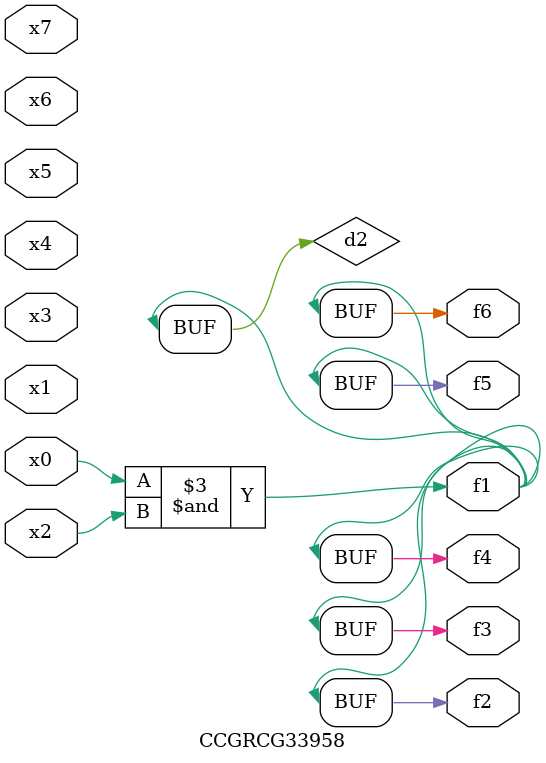
<source format=v>
module CCGRCG33958(
	input x0, x1, x2, x3, x4, x5, x6, x7,
	output f1, f2, f3, f4, f5, f6
);

	wire d1, d2;

	nor (d1, x3, x6);
	and (d2, x0, x2);
	assign f1 = d2;
	assign f2 = d2;
	assign f3 = d2;
	assign f4 = d2;
	assign f5 = d2;
	assign f6 = d2;
endmodule

</source>
